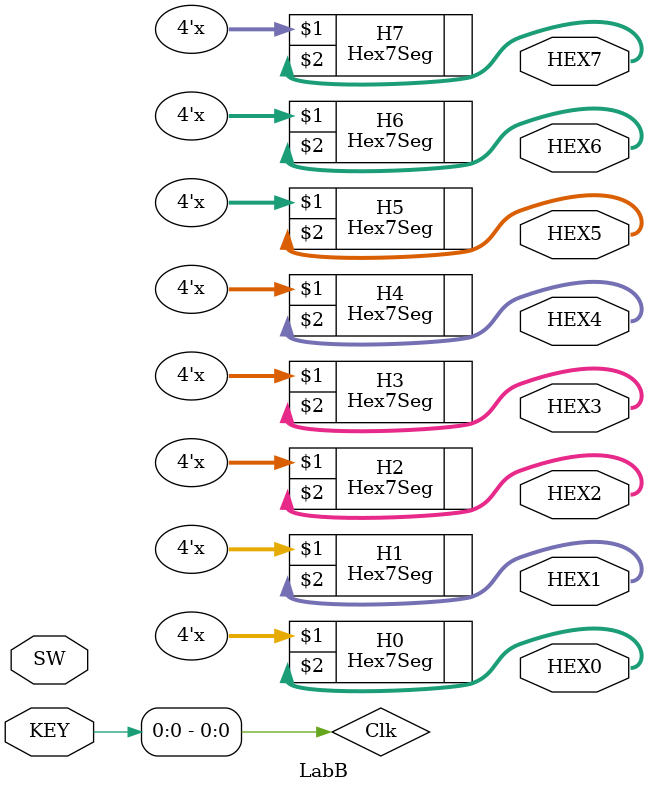
<source format=v>
module LabB(KEY, SW, HEX0, HEX1, HEX2, HEX3, HEX4, HEX5, HEX6, HEX7);
  input [1:0]KEY;	//Input KEYs
  input [17:15]SW;	//Input Switches
  //7 segment hex displays
  output [0:6]HEX0, HEX1, HEX2, HEX3, HEX4, HEX5, HEX6, HEX7;

  wire Clk = KEY[0];
  wire Reset = !KEY[1];

  //Reference Processor( Clk, Reset, IR_Out, PC_Out, StateO, ALU_A, ALU_B, ALU_Out, RQ0, Mux_out );
  
  //use a switch case statement to determine
  //what the top 4 hex displays show
  always @(switch) begin
    case(switch)

      0 : begin
        HexMux[15:12] = 4'b0000;
        HexMux[11:4] = PC_Out;
        HexMux[3:0] = StateO;
      end

      1 : HexMux = ALU_A;

      2 : HexMux = ALU_B;

      3 : HexMux = ALU_Out;

      4 : HexMux = 16'd0;

      5 : HexMux = RQ0;

      6 : HexMux = Mux_Out;

      7 : HexMux = 16'd0;

      default: HexMux = 16'd0;

    endcase
  end//always
  
  //Reference Hex7Seg(in, HEX);
  Hex7Seg H0(IR[3:0], HEX0);
  Hex7Seg H1(IR[7:4], HEX1);
  Hex7Seg H2(IR[11:8], HEX2);
  Hex7Seg H3(IR[15:12], HEX3);

  Hex7Seg H4(HexMux[3:0], HEX4);
  Hex7Seg H5(HexMux[7:4], HEX5);
  Hex7Seg H6(HexMux[11:8], HEX6);
  Hex7Seg H7(HexMux[15:12], HEX7);

  
endmodule

</source>
